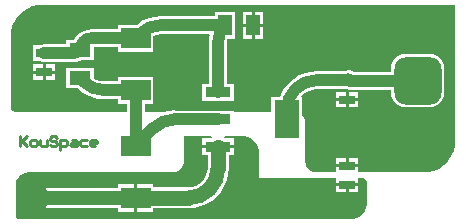
<source format=gtl>
G04*
G04 #@! TF.GenerationSoftware,Altium Limited,Altium Designer,22.9.1 (49)*
G04*
G04 Layer_Physical_Order=1*
G04 Layer_Color=255*
%FSLAX25Y25*%
%MOIN*%
G70*
G04*
G04 #@! TF.SameCoordinates,7F83523E-A3D8-4692-9F7C-F7BD391A3CC7*
G04*
G04*
G04 #@! TF.FilePolarity,Positive*
G04*
G01*
G75*
%ADD13C,0.01000*%
%ADD14R,0.09843X0.07087*%
%ADD15R,0.08465X0.12795*%
%ADD16R,0.08465X0.03740*%
%ADD17R,0.07087X0.04724*%
%ADD18R,0.05512X0.03150*%
%ADD19R,0.04724X0.07087*%
%ADD28C,0.03937*%
%ADD29C,0.04921*%
%ADD30C,0.04724*%
G04:AMPARAMS|DCode=31|XSize=157.48mil|YSize=157.48mil|CornerRadius=39.37mil|HoleSize=0mil|Usage=FLASHONLY|Rotation=0.000|XOffset=0mil|YOffset=0mil|HoleType=Round|Shape=RoundedRectangle|*
%AMROUNDEDRECTD31*
21,1,0.15748,0.07874,0,0,0.0*
21,1,0.07874,0.15748,0,0,0.0*
1,1,0.07874,0.03937,-0.03937*
1,1,0.07874,-0.03937,-0.03937*
1,1,0.07874,-0.03937,0.03937*
1,1,0.07874,0.03937,0.03937*
%
%ADD31ROUNDEDRECTD31*%
G04:AMPARAMS|DCode=32|XSize=98.43mil|YSize=98.43mil|CornerRadius=24.61mil|HoleSize=0mil|Usage=FLASHONLY|Rotation=0.000|XOffset=0mil|YOffset=0mil|HoleType=Round|Shape=RoundedRectangle|*
%AMROUNDEDRECTD32*
21,1,0.09843,0.04921,0,0,0.0*
21,1,0.04921,0.09843,0,0,0.0*
1,1,0.04921,0.02461,-0.02461*
1,1,0.04921,-0.02461,-0.02461*
1,1,0.04921,-0.02461,0.02461*
1,1,0.04921,0.02461,0.02461*
%
%ADD32ROUNDEDRECTD32*%
G36*
X573874Y365000D02*
Y364015D01*
X573490Y362083D01*
X572736Y360263D01*
X571641Y358625D01*
X570249Y357232D01*
X568611Y356138D01*
X566791Y355384D01*
X564859Y355000D01*
X541756D01*
Y356650D01*
X538000D01*
X534244D01*
Y355000D01*
X527606D01*
X526833Y355154D01*
X526105Y355455D01*
X525450Y355893D01*
X524893Y356450D01*
X524455Y357105D01*
X524154Y357833D01*
X524000Y358606D01*
Y371500D01*
X523983Y371843D01*
X523849Y372516D01*
X523587Y373150D01*
X523206Y373720D01*
X523067Y373859D01*
Y379953D01*
X522919D01*
X522706Y380405D01*
X522874Y380610D01*
X523937Y381483D01*
X525150Y382131D01*
X526466Y382530D01*
X527794Y382661D01*
X527835Y382656D01*
X537861D01*
X537945Y382621D01*
X538850Y382502D01*
Y382506D01*
X552583D01*
Y381563D01*
X552753Y380274D01*
X553251Y379073D01*
X554042Y378042D01*
X555073Y377251D01*
X556274Y376753D01*
X557563Y376583D01*
X565437D01*
X566726Y376753D01*
X567927Y377251D01*
X568958Y378042D01*
X569749Y379073D01*
X570247Y380274D01*
X570417Y381563D01*
Y389437D01*
X570247Y390726D01*
X569749Y391927D01*
X568958Y392958D01*
X567927Y393749D01*
X566726Y394247D01*
X565437Y394417D01*
X557563D01*
X556274Y394247D01*
X555073Y393749D01*
X554042Y392958D01*
X553251Y391927D01*
X552753Y390726D01*
X552583Y389437D01*
Y388494D01*
X539976D01*
X539848Y388593D01*
X539125Y388892D01*
X538350Y388994D01*
X538350Y388994D01*
Y388997D01*
X537484Y388883D01*
X536906Y388644D01*
X527835D01*
Y388658D01*
X525800Y388498D01*
X523815Y388021D01*
X521929Y387240D01*
X520188Y386174D01*
X518636Y384848D01*
X517310Y383296D01*
X516244Y381555D01*
X515580Y379953D01*
X512602D01*
Y375000D01*
X500232D01*
Y375425D01*
X495828D01*
X495775Y375447D01*
X495000Y375549D01*
X480471D01*
Y375564D01*
X478436Y375404D01*
X476755Y375000D01*
X470494D01*
Y377795D01*
X473421D01*
Y386882D01*
X461579D01*
Y385333D01*
X457079D01*
X457038Y385327D01*
X455711Y385458D01*
X454394Y385857D01*
X453543Y386312D01*
Y389638D01*
X444457D01*
Y382913D01*
X448146D01*
X449433Y381814D01*
X451173Y380748D01*
X453059Y379967D01*
X455044Y379490D01*
X457079Y379330D01*
Y379345D01*
X461579D01*
Y377795D01*
X464506D01*
Y375000D01*
X427202D01*
X426650Y375228D01*
X426228Y375650D01*
X426000Y376202D01*
Y376500D01*
Y400647D01*
Y401632D01*
X426384Y403564D01*
X427138Y405384D01*
X428232Y407021D01*
X429625Y408414D01*
X431263Y409509D01*
X433083Y410262D01*
X435015Y410647D01*
X573874D01*
Y365000D01*
D02*
G37*
G36*
X504958Y366808D02*
X505868Y366431D01*
X506687Y365884D01*
X507384Y365187D01*
X507931Y364368D01*
X508308Y363458D01*
X508500Y362492D01*
Y354000D01*
X508519Y353805D01*
X508669Y353444D01*
X508944Y353169D01*
X509305Y353019D01*
X509500Y353000D01*
X534244D01*
Y351350D01*
X538000D01*
X541756D01*
Y353000D01*
X543298D01*
X543850Y352772D01*
X544272Y352350D01*
X544500Y351798D01*
Y344007D01*
X544308Y343042D01*
X543931Y342132D01*
X543384Y341313D01*
X542687Y340616D01*
X541868Y340069D01*
X540958Y339692D01*
X539993Y339500D01*
X428301D01*
X427934Y339652D01*
X427652Y339933D01*
X427500Y340301D01*
Y350943D01*
X427673Y351813D01*
X428012Y352631D01*
X428505Y353369D01*
X429131Y353995D01*
X429869Y354488D01*
X430687Y354827D01*
X431557Y355000D01*
X480000D01*
X480343Y355017D01*
X481016Y355151D01*
X481650Y355413D01*
X482220Y355795D01*
X482705Y356280D01*
X483087Y356850D01*
X483349Y357484D01*
X483483Y358157D01*
X483500Y358500D01*
Y366599D01*
X483576Y366783D01*
X483717Y366924D01*
X483900Y367000D01*
X492661D01*
X492914Y366500D01*
X492818Y366370D01*
X489768D01*
Y364000D01*
X495000D01*
X500232D01*
Y366370D01*
X497182D01*
X497086Y366500D01*
X497339Y367000D01*
X503993D01*
X504958Y366808D01*
D02*
G37*
%LPC*%
G36*
X500638Y408543D02*
X493913D01*
Y406994D01*
X475981D01*
Y407009D01*
X473946Y406848D01*
X471961Y406372D01*
X470075Y405591D01*
X468334Y404524D01*
X467960Y404205D01*
X461579D01*
Y402656D01*
X452937D01*
Y402663D01*
X451583Y402530D01*
X450282Y402135D01*
X449082Y401494D01*
X448031Y400631D01*
X447167Y399580D01*
X446904Y399087D01*
X444457D01*
Y397644D01*
X437000D01*
X436225Y397542D01*
X435503Y397243D01*
X435479Y397224D01*
X433244D01*
Y392075D01*
X435479D01*
X435503Y392057D01*
X436225Y391757D01*
X437000Y391655D01*
X446405D01*
Y391649D01*
X447707Y391777D01*
X448958Y392157D01*
X449342Y392362D01*
X453543D01*
Y396667D01*
X461579D01*
Y395118D01*
X473421D01*
Y400519D01*
X474612Y400880D01*
X475940Y401011D01*
X475981Y401006D01*
X491923D01*
X492232Y400613D01*
X492131Y400191D01*
X491998Y398506D01*
X492006D01*
Y384480D01*
X489768D01*
Y378740D01*
X494172D01*
X494225Y378718D01*
X495000Y378616D01*
X495775Y378718D01*
X495828Y378740D01*
X500232D01*
Y384480D01*
X497994D01*
Y398506D01*
X497986Y398569D01*
X498103Y399457D01*
X500638D01*
Y408543D01*
D02*
G37*
G36*
X510087D02*
X507224D01*
Y404500D01*
X510087D01*
Y408543D01*
D02*
G37*
G36*
X506224D02*
X503362D01*
Y404500D01*
X506224D01*
Y408543D01*
D02*
G37*
G36*
X510087Y403500D02*
X507224D01*
Y399457D01*
X510087D01*
Y403500D01*
D02*
G37*
G36*
X506224D02*
X503362D01*
Y399457D01*
X506224D01*
Y403500D01*
D02*
G37*
G36*
X440756Y390925D02*
X437500D01*
Y388850D01*
X440756D01*
Y390925D01*
D02*
G37*
G36*
X436500D02*
X433244D01*
Y388850D01*
X436500D01*
Y390925D01*
D02*
G37*
G36*
X440756Y387850D02*
X437500D01*
Y385776D01*
X440756D01*
Y387850D01*
D02*
G37*
G36*
X436500D02*
X433244D01*
Y385776D01*
X436500D01*
Y387850D01*
D02*
G37*
G36*
X541756Y381776D02*
X538500D01*
Y379701D01*
X541756D01*
Y381776D01*
D02*
G37*
G36*
X537500D02*
X534244D01*
Y379701D01*
X537500D01*
Y381776D01*
D02*
G37*
G36*
X541756Y378701D02*
X538500D01*
Y376626D01*
X541756D01*
Y378701D01*
D02*
G37*
G36*
X537500D02*
X534244D01*
Y376626D01*
X537500D01*
Y378701D01*
D02*
G37*
G36*
X541756Y359724D02*
X538500D01*
Y357650D01*
X541756D01*
Y359724D01*
D02*
G37*
G36*
X537500D02*
X534244D01*
Y357650D01*
X537500D01*
Y359724D01*
D02*
G37*
G36*
X500232Y363000D02*
X495000D01*
X489768D01*
Y360630D01*
X491509D01*
Y356403D01*
X491516Y356354D01*
X491396Y355131D01*
X491024Y353908D01*
X490422Y352780D01*
X489611Y351792D01*
X488623Y350981D01*
X487495Y350379D01*
X486272Y350008D01*
X485049Y349887D01*
X485000Y349894D01*
X473421D01*
Y350946D01*
X468000D01*
Y346403D01*
Y341860D01*
X473421D01*
Y342913D01*
X485000D01*
Y342901D01*
X487112Y343067D01*
X489172Y343562D01*
X491130Y344373D01*
X492936Y345480D01*
X494548Y346856D01*
X495924Y348467D01*
X497031Y350273D01*
X497841Y352231D01*
X498336Y354291D01*
X498502Y356403D01*
X498490D01*
Y360630D01*
X500232D01*
Y363000D01*
D02*
G37*
G36*
X541756Y350350D02*
X538500D01*
Y348276D01*
X541756D01*
Y350350D01*
D02*
G37*
G36*
X537500D02*
X534244D01*
Y348276D01*
X537500D01*
Y350350D01*
D02*
G37*
G36*
X432500Y351437D02*
X432350D01*
X431094Y351101D01*
X429969Y350451D01*
X429049Y349531D01*
X428399Y348406D01*
X428063Y347150D01*
Y347000D01*
X432500D01*
Y351437D01*
D02*
G37*
G36*
X433650D02*
X433500D01*
Y346500D01*
Y341563D01*
X433650D01*
X434906Y341899D01*
X436031Y342549D01*
X436542Y343060D01*
X461579D01*
Y341860D01*
X467000D01*
Y346403D01*
Y350946D01*
X461579D01*
Y349843D01*
X436639D01*
X436031Y350451D01*
X434906Y351101D01*
X433650Y351437D01*
D02*
G37*
G36*
X432500Y346000D02*
X428063D01*
Y345850D01*
X428399Y344594D01*
X429049Y343469D01*
X429969Y342549D01*
X431094Y341899D01*
X432350Y341563D01*
X432500D01*
Y346000D01*
D02*
G37*
%LPD*%
D13*
X429000Y366961D02*
Y363615D01*
Y364730D01*
X431230Y366961D01*
X429558Y365288D01*
X431230Y363615D01*
X432903D02*
X434018D01*
X434576Y364173D01*
Y365288D01*
X434018Y365845D01*
X432903D01*
X432345Y365288D01*
Y364173D01*
X432903Y363615D01*
X435691Y365845D02*
Y364173D01*
X436248Y363615D01*
X437921D01*
Y365845D01*
X441266Y366403D02*
X440709Y366961D01*
X439594D01*
X439036Y366403D01*
Y365845D01*
X439594Y365288D01*
X440709D01*
X441266Y364730D01*
Y364173D01*
X440709Y363615D01*
X439594D01*
X439036Y364173D01*
X442381Y362500D02*
Y365845D01*
X444054D01*
X444612Y365288D01*
Y364173D01*
X444054Y363615D01*
X442381D01*
X446284Y365845D02*
X447400D01*
X447957Y365288D01*
Y363615D01*
X446284D01*
X445727Y364173D01*
X446284Y364730D01*
X447957D01*
X451302Y365845D02*
X449630D01*
X449072Y365288D01*
Y364173D01*
X449630Y363615D01*
X451302D01*
X454090D02*
X452975D01*
X452418Y364173D01*
Y365288D01*
X452975Y365845D01*
X454090D01*
X454648Y365288D01*
Y364730D01*
X452418D01*
D14*
X467500Y363726D02*
D03*
Y346403D02*
D03*
Y399661D02*
D03*
Y382339D02*
D03*
D15*
X517835Y372555D02*
D03*
D16*
X495000Y363500D02*
D03*
Y372555D02*
D03*
Y381610D02*
D03*
D17*
X449000Y395724D02*
D03*
Y386276D02*
D03*
D18*
X538000Y357150D02*
D03*
Y350850D02*
D03*
Y379201D02*
D03*
Y385500D02*
D03*
X437000Y388350D02*
D03*
Y394650D02*
D03*
D19*
X506724Y404000D02*
D03*
X497276D02*
D03*
D28*
X527835Y385650D02*
G03*
X517835Y375650I0J-10000D01*
G01*
X538350Y386000D02*
G03*
X538000Y385650I0J-350D01*
G01*
X538350Y386000D02*
G03*
X538850Y385500I500J0D01*
G01*
X497276Y404000D02*
G03*
X495000Y398506I5494J-5494D01*
G01*
X475981Y404000D02*
G03*
X468910Y401071I0J-10000D01*
G01*
X446405Y394650D02*
G03*
X449000Y395724I0J3670D01*
G01*
X452937Y399661D02*
G03*
X449000Y395724I0J-3937D01*
G01*
X450008Y385267D02*
G03*
X457079Y382339I7071J7071D01*
G01*
X480471Y372555D02*
G03*
X473400Y369626I0J-10000D01*
G01*
X517835Y372555D02*
Y375650D01*
X480471Y372555D02*
X495000D01*
X538850Y385500D02*
X561500D01*
X527835Y385650D02*
X538000D01*
X475981Y404000D02*
X497276D01*
X495000Y381610D02*
Y398506D01*
X452937Y399661D02*
X467500D01*
X468910Y401071D01*
X437000Y394650D02*
X446405D01*
X457079Y382339D02*
X467500D01*
X449000Y386276D02*
X450008Y385267D01*
X467500Y363726D02*
X473400Y369626D01*
X467500Y363726D02*
Y382339D01*
X433000Y346500D02*
X433048Y346452D01*
X467452D02*
X467500Y346403D01*
D29*
X485000D02*
G03*
X495000Y356403I0J10000D01*
G01*
X467500Y346403D02*
X485000D01*
X495000Y356403D02*
Y363500D01*
D30*
X433048Y346452D02*
X467452D01*
D31*
X561500Y385500D02*
D03*
D32*
X433000Y346500D02*
D03*
M02*

</source>
